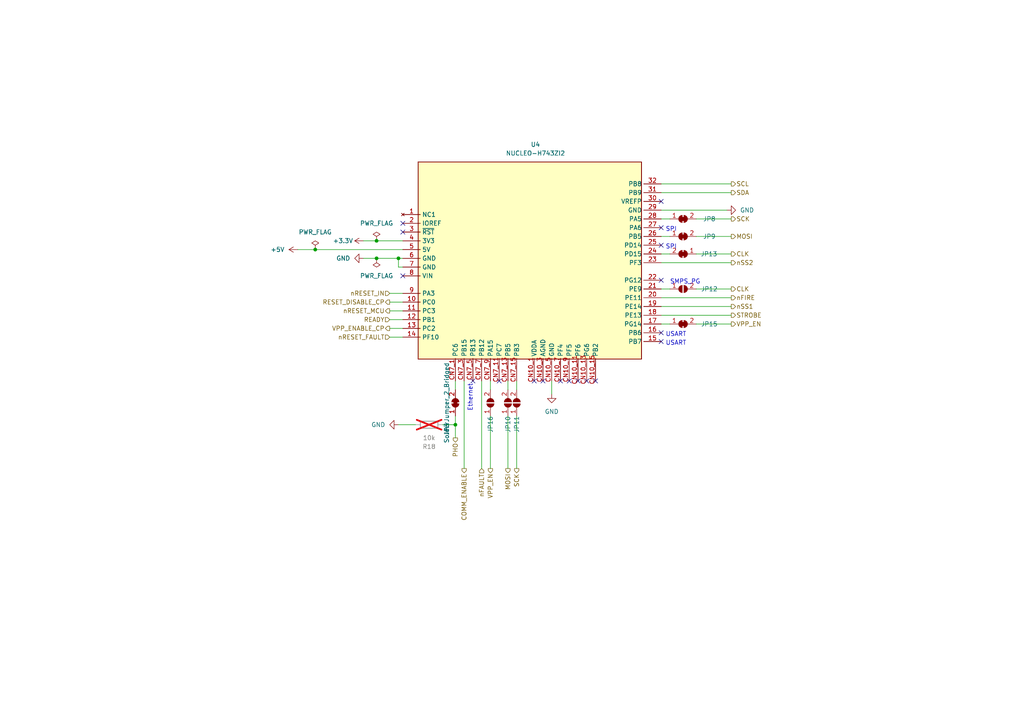
<source format=kicad_sch>
(kicad_sch (version 20230121) (generator eeschema)

  (uuid 4e99b029-311e-4c2c-9d24-392a751ff894)

  (paper "A4")

  (title_block
    (title "Xaar 128 Driver")
    (date "2023-12-04")
    (rev "1.0.0")
  )

  (lib_symbols
    (symbol "Device:R" (pin_numbers hide) (pin_names (offset 0)) (in_bom yes) (on_board yes)
      (property "Reference" "R" (at 2.032 0 90)
        (effects (font (size 1.27 1.27)))
      )
      (property "Value" "R" (at 0 0 90)
        (effects (font (size 1.27 1.27)))
      )
      (property "Footprint" "" (at -1.778 0 90)
        (effects (font (size 1.27 1.27)) hide)
      )
      (property "Datasheet" "~" (at 0 0 0)
        (effects (font (size 1.27 1.27)) hide)
      )
      (property "ki_keywords" "R res resistor" (at 0 0 0)
        (effects (font (size 1.27 1.27)) hide)
      )
      (property "ki_description" "Resistor" (at 0 0 0)
        (effects (font (size 1.27 1.27)) hide)
      )
      (property "ki_fp_filters" "R_*" (at 0 0 0)
        (effects (font (size 1.27 1.27)) hide)
      )
      (symbol "R_0_1"
        (rectangle (start -1.016 -2.54) (end 1.016 2.54)
          (stroke (width 0.254) (type default))
          (fill (type none))
        )
      )
      (symbol "R_1_1"
        (pin passive line (at 0 3.81 270) (length 1.27)
          (name "~" (effects (font (size 1.27 1.27))))
          (number "1" (effects (font (size 1.27 1.27))))
        )
        (pin passive line (at 0 -3.81 90) (length 1.27)
          (name "~" (effects (font (size 1.27 1.27))))
          (number "2" (effects (font (size 1.27 1.27))))
        )
      )
    )
    (symbol "Jumper:SolderJumper_2_Bridged" (pin_names (offset 0) hide) (in_bom yes) (on_board yes)
      (property "Reference" "JP" (at 0 2.032 0)
        (effects (font (size 1.27 1.27)))
      )
      (property "Value" "SolderJumper_2_Bridged" (at 0 -2.54 0)
        (effects (font (size 1.27 1.27)))
      )
      (property "Footprint" "" (at 0 0 0)
        (effects (font (size 1.27 1.27)) hide)
      )
      (property "Datasheet" "~" (at 0 0 0)
        (effects (font (size 1.27 1.27)) hide)
      )
      (property "ki_keywords" "solder jumper SPST" (at 0 0 0)
        (effects (font (size 1.27 1.27)) hide)
      )
      (property "ki_description" "Solder Jumper, 2-pole, closed/bridged" (at 0 0 0)
        (effects (font (size 1.27 1.27)) hide)
      )
      (property "ki_fp_filters" "SolderJumper*Bridged*" (at 0 0 0)
        (effects (font (size 1.27 1.27)) hide)
      )
      (symbol "SolderJumper_2_Bridged_0_1"
        (rectangle (start -0.508 0.508) (end 0.508 -0.508)
          (stroke (width 0) (type default))
          (fill (type outline))
        )
        (arc (start -0.254 1.016) (mid -1.2656 0) (end -0.254 -1.016)
          (stroke (width 0) (type default))
          (fill (type none))
        )
        (arc (start -0.254 1.016) (mid -1.2656 0) (end -0.254 -1.016)
          (stroke (width 0) (type default))
          (fill (type outline))
        )
        (polyline
          (pts
            (xy -0.254 1.016)
            (xy -0.254 -1.016)
          )
          (stroke (width 0) (type default))
          (fill (type none))
        )
        (polyline
          (pts
            (xy 0.254 1.016)
            (xy 0.254 -1.016)
          )
          (stroke (width 0) (type default))
          (fill (type none))
        )
        (arc (start 0.254 -1.016) (mid 1.2656 0) (end 0.254 1.016)
          (stroke (width 0) (type default))
          (fill (type none))
        )
        (arc (start 0.254 -1.016) (mid 1.2656 0) (end 0.254 1.016)
          (stroke (width 0) (type default))
          (fill (type outline))
        )
      )
      (symbol "SolderJumper_2_Bridged_1_1"
        (pin passive line (at -3.81 0 0) (length 2.54)
          (name "A" (effects (font (size 1.27 1.27))))
          (number "1" (effects (font (size 1.27 1.27))))
        )
        (pin passive line (at 3.81 0 180) (length 2.54)
          (name "B" (effects (font (size 1.27 1.27))))
          (number "2" (effects (font (size 1.27 1.27))))
        )
      )
    )
    (symbol "Jumper:SolderJumper_2_Open" (pin_names (offset 0) hide) (in_bom yes) (on_board yes)
      (property "Reference" "JP" (at 0 2.032 0)
        (effects (font (size 1.27 1.27)))
      )
      (property "Value" "SolderJumper_2_Open" (at 0 -2.54 0)
        (effects (font (size 1.27 1.27)))
      )
      (property "Footprint" "" (at 0 0 0)
        (effects (font (size 1.27 1.27)) hide)
      )
      (property "Datasheet" "~" (at 0 0 0)
        (effects (font (size 1.27 1.27)) hide)
      )
      (property "ki_keywords" "solder jumper SPST" (at 0 0 0)
        (effects (font (size 1.27 1.27)) hide)
      )
      (property "ki_description" "Solder Jumper, 2-pole, open" (at 0 0 0)
        (effects (font (size 1.27 1.27)) hide)
      )
      (property "ki_fp_filters" "SolderJumper*Open*" (at 0 0 0)
        (effects (font (size 1.27 1.27)) hide)
      )
      (symbol "SolderJumper_2_Open_0_1"
        (arc (start -0.254 1.016) (mid -1.2656 0) (end -0.254 -1.016)
          (stroke (width 0) (type default))
          (fill (type none))
        )
        (arc (start -0.254 1.016) (mid -1.2656 0) (end -0.254 -1.016)
          (stroke (width 0) (type default))
          (fill (type outline))
        )
        (polyline
          (pts
            (xy -0.254 1.016)
            (xy -0.254 -1.016)
          )
          (stroke (width 0) (type default))
          (fill (type none))
        )
        (polyline
          (pts
            (xy 0.254 1.016)
            (xy 0.254 -1.016)
          )
          (stroke (width 0) (type default))
          (fill (type none))
        )
        (arc (start 0.254 -1.016) (mid 1.2656 0) (end 0.254 1.016)
          (stroke (width 0) (type default))
          (fill (type none))
        )
        (arc (start 0.254 -1.016) (mid 1.2656 0) (end 0.254 1.016)
          (stroke (width 0) (type default))
          (fill (type outline))
        )
      )
      (symbol "SolderJumper_2_Open_1_1"
        (pin passive line (at -3.81 0 0) (length 2.54)
          (name "A" (effects (font (size 1.27 1.27))))
          (number "1" (effects (font (size 1.27 1.27))))
        )
        (pin passive line (at 3.81 0 180) (length 2.54)
          (name "B" (effects (font (size 1.27 1.27))))
          (number "2" (effects (font (size 1.27 1.27))))
        )
      )
    )
    (symbol "Xaar_Driver:NUCLEO-H743-Arduino" (in_bom yes) (on_board yes)
      (property "Reference" "U" (at 10.795 -1.905 0)
        (effects (font (size 1.27 1.27)))
      )
      (property "Value" "NUCLEO-H743-Arduino" (at 11.43 0.635 0)
        (effects (font (size 1.27 1.27)))
      )
      (property "Footprint" "" (at 0 -22.86 0)
        (effects (font (size 1.27 1.27)) hide)
      )
      (property "Datasheet" "" (at 0 -22.86 0)
        (effects (font (size 1.27 1.27)) hide)
      )
      (symbol "NUCLEO-H743-Arduino_0_0"
        (text "" (at 48.26 -5.08 0)
          (effects (font (size 1.27 1.27)))
        )
      )
      (symbol "NUCLEO-H743-Arduino_1_0"
        (rectangle (start -19.685 26.67) (end 45.085 -30.48)
          (stroke (width 0.254) (type default))
          (fill (type background))
        )
        (pin no_connect line (at -24.13 11.43 0) (length 5.08)
          (name "NC1" (effects (font (size 1.27 1.27))))
          (number "1" (effects (font (size 1.27 1.27))))
        )
        (pin power_in line (at -24.13 8.89 0) (length 5.08)
          (name "IOREF" (effects (font (size 1.27 1.27))))
          (number "2" (effects (font (size 1.27 1.27))))
        )
        (pin power_in line (at 50.8 12.7 180) (length 5.08)
          (name "GND" (effects (font (size 1.27 1.27))))
          (number "29" (effects (font (size 1.27 1.27))))
        )
        (pin input line (at -24.13 6.35 0) (length 5.08)
          (name "~{RST}" (effects (font (size 1.27 1.27))))
          (number "3" (effects (font (size 1.27 1.27))))
        )
        (pin power_in line (at 50.8 15.24 180) (length 5.08)
          (name "VREFP" (effects (font (size 1.27 1.27))))
          (number "30" (effects (font (size 1.27 1.27))))
        )
        (pin power_in line (at -24.13 3.81 0) (length 5.08)
          (name "3V3" (effects (font (size 1.27 1.27))))
          (number "4" (effects (font (size 1.27 1.27))))
        )
        (pin power_in line (at -24.13 1.27 0) (length 5.08)
          (name "5V" (effects (font (size 1.27 1.27))))
          (number "5" (effects (font (size 1.27 1.27))))
        )
        (pin power_in line (at -24.13 -1.27 0) (length 5.08)
          (name "GND" (effects (font (size 1.27 1.27))))
          (number "6" (effects (font (size 1.27 1.27))))
        )
        (pin power_in line (at -24.13 -3.81 0) (length 5.08)
          (name "GND" (effects (font (size 1.27 1.27))))
          (number "7" (effects (font (size 1.27 1.27))))
        )
        (pin power_in line (at -24.13 -6.35 0) (length 5.08)
          (name "VIN" (effects (font (size 1.27 1.27))))
          (number "8" (effects (font (size 1.27 1.27))))
        )
      )
      (symbol "NUCLEO-H743-Arduino_1_1"
        (pin bidirectional line (at -24.13 -13.97 0) (length 5.08)
          (name "PC0" (effects (font (size 1.27 1.27))))
          (number "10" (effects (font (size 1.27 1.27))))
        )
        (pin bidirectional line (at -24.13 -16.51 0) (length 5.08)
          (name "PC3" (effects (font (size 1.27 1.27))))
          (number "11" (effects (font (size 1.27 1.27))))
        )
        (pin bidirectional line (at -24.13 -19.05 0) (length 5.08)
          (name "PB1" (effects (font (size 1.27 1.27))))
          (number "12" (effects (font (size 1.27 1.27))))
        )
        (pin bidirectional line (at -24.13 -21.59 0) (length 5.08)
          (name "PC2" (effects (font (size 1.27 1.27))))
          (number "13" (effects (font (size 1.27 1.27))))
        )
        (pin bidirectional line (at -24.13 -24.13 0) (length 5.08)
          (name "PF10" (effects (font (size 1.27 1.27))))
          (number "14" (effects (font (size 1.27 1.27))))
        )
        (pin bidirectional line (at 50.8 -25.4 180) (length 5.08)
          (name "PB7" (effects (font (size 1.27 1.27))))
          (number "15" (effects (font (size 1.27 1.27))))
        )
        (pin bidirectional line (at 50.8 -22.86 180) (length 5.08)
          (name "PB6" (effects (font (size 1.27 1.27))))
          (number "16" (effects (font (size 1.27 1.27))))
        )
        (pin bidirectional line (at 50.8 -20.32 180) (length 5.08)
          (name "PG14" (effects (font (size 1.27 1.27))))
          (number "17" (effects (font (size 1.27 1.27))))
        )
        (pin bidirectional line (at 50.8 -17.78 180) (length 5.08)
          (name "PE13" (effects (font (size 1.27 1.27))))
          (number "18" (effects (font (size 1.27 1.27))))
        )
        (pin bidirectional line (at 50.8 -15.24 180) (length 5.08)
          (name "PE14" (effects (font (size 1.27 1.27))))
          (number "19" (effects (font (size 1.27 1.27))))
        )
        (pin bidirectional line (at 50.8 -12.7 180) (length 5.08)
          (name "PE11" (effects (font (size 1.27 1.27))))
          (number "20" (effects (font (size 1.27 1.27))))
        )
        (pin bidirectional line (at 50.8 -10.16 180) (length 5.08)
          (name "PE9" (effects (font (size 1.27 1.27))))
          (number "21" (effects (font (size 1.27 1.27))))
        )
        (pin bidirectional line (at 50.8 -7.62 180) (length 5.08)
          (name "PG12" (effects (font (size 1.27 1.27))))
          (number "22" (effects (font (size 1.27 1.27))))
        )
        (pin bidirectional line (at 50.8 -2.54 180) (length 5.08)
          (name "PF3" (effects (font (size 1.27 1.27))))
          (number "23" (effects (font (size 1.27 1.27))))
        )
        (pin bidirectional line (at 50.8 0 180) (length 5.08)
          (name "PD15" (effects (font (size 1.27 1.27))))
          (number "24" (effects (font (size 1.27 1.27))))
        )
        (pin bidirectional line (at 50.8 2.54 180) (length 5.08)
          (name "PD14" (effects (font (size 1.27 1.27))))
          (number "25" (effects (font (size 1.27 1.27))))
        )
        (pin bidirectional line (at 50.8 5.08 180) (length 5.08)
          (name "PB5" (effects (font (size 1.27 1.27))))
          (number "26" (effects (font (size 1.27 1.27))))
        )
        (pin bidirectional line (at 50.8 7.62 180) (length 5.08)
          (name "PA6" (effects (font (size 1.27 1.27))))
          (number "27" (effects (font (size 1.27 1.27))))
        )
        (pin bidirectional line (at 50.8 10.16 180) (length 5.08)
          (name "PA5" (effects (font (size 1.27 1.27))))
          (number "28" (effects (font (size 1.27 1.27))))
        )
        (pin bidirectional line (at 50.8 17.78 180) (length 5.08)
          (name "PB9" (effects (font (size 1.27 1.27))))
          (number "31" (effects (font (size 1.27 1.27))))
        )
        (pin bidirectional line (at 50.8 20.32 180) (length 5.08)
          (name "PB8" (effects (font (size 1.27 1.27))))
          (number "32" (effects (font (size 1.27 1.27))))
        )
        (pin bidirectional line (at -24.13 -11.43 0) (length 5.08)
          (name "PA3" (effects (font (size 1.27 1.27))))
          (number "9" (effects (font (size 1.27 1.27))))
        )
        (pin power_in line (at 13.97 -36.83 90) (length 6.53)
          (name "VDDA" (effects (font (size 1.27 1.27))))
          (number "CN10_1" (effects (font (size 1.27 1.27))))
        )
        (pin bidirectional line (at 26.67 -36.83 90) (length 6.53)
          (name "PF6" (effects (font (size 1.27 1.27))))
          (number "CN10_11" (effects (font (size 1.27 1.27))))
        )
        (pin bidirectional line (at 29.21 -36.83 90) (length 6.53)
          (name "PG6" (effects (font (size 1.27 1.27))))
          (number "CN10_13" (effects (font (size 1.27 1.27))))
        )
        (pin bidirectional line (at 31.75 -36.83 90) (length 6.53)
          (name "PB2" (effects (font (size 1.27 1.27))))
          (number "CN10_15" (effects (font (size 1.27 1.27))))
        )
        (pin power_in line (at 16.51 -36.83 90) (length 6.53)
          (name "AGND" (effects (font (size 1.27 1.27))))
          (number "CN10_3" (effects (font (size 1.27 1.27))))
        )
        (pin power_in line (at 19.05 -36.83 90) (length 6.53)
          (name "GND" (effects (font (size 1.27 1.27))))
          (number "CN10_5" (effects (font (size 1.27 1.27))))
        )
        (pin bidirectional line (at 21.59 -36.83 90) (length 6.53)
          (name "PF4" (effects (font (size 1.27 1.27))))
          (number "CN10_7" (effects (font (size 1.27 1.27))))
        )
        (pin bidirectional line (at 24.13 -36.83 90) (length 6.53)
          (name "PF5" (effects (font (size 1.27 1.27))))
          (number "CN10_9" (effects (font (size 1.27 1.27))))
        )
        (pin bidirectional line (at -8.89 -36.83 90) (length 6.53)
          (name "PC6" (effects (font (size 1.27 1.27))))
          (number "CN7_1" (effects (font (size 1.27 1.27))))
        )
        (pin bidirectional line (at 3.81 -36.83 90) (length 6.53)
          (name "PC7" (effects (font (size 1.27 1.27))))
          (number "CN7_11" (effects (font (size 1.27 1.27))))
        )
        (pin bidirectional line (at 6.35 -36.83 90) (length 6.53)
          (name "PB5" (effects (font (size 1.27 1.27))))
          (number "CN7_13" (effects (font (size 1.27 1.27))))
        )
        (pin bidirectional line (at 8.89 -36.83 90) (length 6.53)
          (name "PB3" (effects (font (size 1.27 1.27))))
          (number "CN7_15" (effects (font (size 1.27 1.27))))
        )
        (pin bidirectional line (at -6.35 -36.83 90) (length 6.53)
          (name "PB15" (effects (font (size 1.27 1.27))))
          (number "CN7_3" (effects (font (size 1.27 1.27))))
        )
        (pin bidirectional line (at -3.81 -36.83 90) (length 6.53)
          (name "PB13" (effects (font (size 1.27 1.27))))
          (number "CN7_5" (effects (font (size 1.27 1.27))))
        )
        (pin bidirectional line (at -1.27 -36.83 90) (length 6.53)
          (name "PB12" (effects (font (size 1.27 1.27))))
          (number "CN7_7" (effects (font (size 1.27 1.27))))
        )
        (pin bidirectional line (at 1.27 -36.83 90) (length 6.53)
          (name "PA15" (effects (font (size 1.27 1.27))))
          (number "CN7_9" (effects (font (size 1.27 1.27))))
        )
      )
    )
    (symbol "power:+3.3V" (power) (pin_names (offset 0)) (in_bom yes) (on_board yes)
      (property "Reference" "#PWR" (at 0 -3.81 0)
        (effects (font (size 1.27 1.27)) hide)
      )
      (property "Value" "+3.3V" (at 0 3.556 0)
        (effects (font (size 1.27 1.27)))
      )
      (property "Footprint" "" (at 0 0 0)
        (effects (font (size 1.27 1.27)) hide)
      )
      (property "Datasheet" "" (at 0 0 0)
        (effects (font (size 1.27 1.27)) hide)
      )
      (property "ki_keywords" "global power" (at 0 0 0)
        (effects (font (size 1.27 1.27)) hide)
      )
      (property "ki_description" "Power symbol creates a global label with name \"+3.3V\"" (at 0 0 0)
        (effects (font (size 1.27 1.27)) hide)
      )
      (symbol "+3.3V_0_1"
        (polyline
          (pts
            (xy -0.762 1.27)
            (xy 0 2.54)
          )
          (stroke (width 0) (type default))
          (fill (type none))
        )
        (polyline
          (pts
            (xy 0 0)
            (xy 0 2.54)
          )
          (stroke (width 0) (type default))
          (fill (type none))
        )
        (polyline
          (pts
            (xy 0 2.54)
            (xy 0.762 1.27)
          )
          (stroke (width 0) (type default))
          (fill (type none))
        )
      )
      (symbol "+3.3V_1_1"
        (pin power_in line (at 0 0 90) (length 0) hide
          (name "+3.3V" (effects (font (size 1.27 1.27))))
          (number "1" (effects (font (size 1.27 1.27))))
        )
      )
    )
    (symbol "power:+5V" (power) (pin_names (offset 0)) (in_bom yes) (on_board yes)
      (property "Reference" "#PWR" (at 0 -3.81 0)
        (effects (font (size 1.27 1.27)) hide)
      )
      (property "Value" "+5V" (at 0 3.556 0)
        (effects (font (size 1.27 1.27)))
      )
      (property "Footprint" "" (at 0 0 0)
        (effects (font (size 1.27 1.27)) hide)
      )
      (property "Datasheet" "" (at 0 0 0)
        (effects (font (size 1.27 1.27)) hide)
      )
      (property "ki_keywords" "global power" (at 0 0 0)
        (effects (font (size 1.27 1.27)) hide)
      )
      (property "ki_description" "Power symbol creates a global label with name \"+5V\"" (at 0 0 0)
        (effects (font (size 1.27 1.27)) hide)
      )
      (symbol "+5V_0_1"
        (polyline
          (pts
            (xy -0.762 1.27)
            (xy 0 2.54)
          )
          (stroke (width 0) (type default))
          (fill (type none))
        )
        (polyline
          (pts
            (xy 0 0)
            (xy 0 2.54)
          )
          (stroke (width 0) (type default))
          (fill (type none))
        )
        (polyline
          (pts
            (xy 0 2.54)
            (xy 0.762 1.27)
          )
          (stroke (width 0) (type default))
          (fill (type none))
        )
      )
      (symbol "+5V_1_1"
        (pin power_in line (at 0 0 90) (length 0) hide
          (name "+5V" (effects (font (size 1.27 1.27))))
          (number "1" (effects (font (size 1.27 1.27))))
        )
      )
    )
    (symbol "power:GND" (power) (pin_names (offset 0)) (in_bom yes) (on_board yes)
      (property "Reference" "#PWR" (at 0 -6.35 0)
        (effects (font (size 1.27 1.27)) hide)
      )
      (property "Value" "GND" (at 0 -3.81 0)
        (effects (font (size 1.27 1.27)))
      )
      (property "Footprint" "" (at 0 0 0)
        (effects (font (size 1.27 1.27)) hide)
      )
      (property "Datasheet" "" (at 0 0 0)
        (effects (font (size 1.27 1.27)) hide)
      )
      (property "ki_keywords" "global power" (at 0 0 0)
        (effects (font (size 1.27 1.27)) hide)
      )
      (property "ki_description" "Power symbol creates a global label with name \"GND\" , ground" (at 0 0 0)
        (effects (font (size 1.27 1.27)) hide)
      )
      (symbol "GND_0_1"
        (polyline
          (pts
            (xy 0 0)
            (xy 0 -1.27)
            (xy 1.27 -1.27)
            (xy 0 -2.54)
            (xy -1.27 -1.27)
            (xy 0 -1.27)
          )
          (stroke (width 0) (type default))
          (fill (type none))
        )
      )
      (symbol "GND_1_1"
        (pin power_in line (at 0 0 270) (length 0) hide
          (name "GND" (effects (font (size 1.27 1.27))))
          (number "1" (effects (font (size 1.27 1.27))))
        )
      )
    )
    (symbol "power:PWR_FLAG" (power) (pin_numbers hide) (pin_names (offset 0) hide) (in_bom yes) (on_board yes)
      (property "Reference" "#FLG" (at 0 1.905 0)
        (effects (font (size 1.27 1.27)) hide)
      )
      (property "Value" "PWR_FLAG" (at 0 3.81 0)
        (effects (font (size 1.27 1.27)))
      )
      (property "Footprint" "" (at 0 0 0)
        (effects (font (size 1.27 1.27)) hide)
      )
      (property "Datasheet" "~" (at 0 0 0)
        (effects (font (size 1.27 1.27)) hide)
      )
      (property "ki_keywords" "flag power" (at 0 0 0)
        (effects (font (size 1.27 1.27)) hide)
      )
      (property "ki_description" "Special symbol for telling ERC where power comes from" (at 0 0 0)
        (effects (font (size 1.27 1.27)) hide)
      )
      (symbol "PWR_FLAG_0_0"
        (pin power_out line (at 0 0 90) (length 0)
          (name "pwr" (effects (font (size 1.27 1.27))))
          (number "1" (effects (font (size 1.27 1.27))))
        )
      )
      (symbol "PWR_FLAG_0_1"
        (polyline
          (pts
            (xy 0 0)
            (xy 0 1.27)
            (xy -1.016 1.905)
            (xy 0 2.54)
            (xy 1.016 1.905)
            (xy 0 1.27)
          )
          (stroke (width 0) (type default))
          (fill (type none))
        )
      )
    )
  )

  (junction (at 132.08 123.19) (diameter 0) (color 0 0 0 0)
    (uuid 05aeb6c4-3abf-48df-9b52-f797ddfdfb03)
  )
  (junction (at 91.44 72.39) (diameter 0) (color 0 0 0 0)
    (uuid 3c0fbe1d-6e24-464e-9e7c-c9bb6b49cf56)
  )
  (junction (at 109.22 69.85) (diameter 0) (color 0 0 0 0)
    (uuid 4f55833a-55ca-4d54-8fad-c747c43a1968)
  )
  (junction (at 115.57 74.93) (diameter 0) (color 0 0 0 0)
    (uuid aacf8284-1984-4d16-ab1c-eb9d4edba29a)
  )
  (junction (at 109.22 74.93) (diameter 0) (color 0 0 0 0)
    (uuid bc886382-06b9-41ca-801e-a6c7626dfd1c)
  )

  (no_connect (at 144.78 110.49) (uuid 072271da-64ed-45da-b718-cce601d068c8))
  (no_connect (at 191.77 81.28) (uuid 0a280b4d-1cb2-4a48-9cdc-877cb635392c))
  (no_connect (at 116.84 64.77) (uuid 14427e68-29eb-420a-a4e6-6b71c963916a))
  (no_connect (at 170.18 110.49) (uuid 18971918-ec1c-4a64-863d-efbf6d653fc2))
  (no_connect (at 116.84 67.31) (uuid 1bb0beab-9d7a-48ce-8302-0d9fd5f4b62d))
  (no_connect (at 116.84 80.01) (uuid 1e5b073b-6b05-40d3-bb48-0d36292a9410))
  (no_connect (at 191.77 71.12) (uuid 34ce353a-0c74-4536-8bbc-535f7a8cb57c))
  (no_connect (at 191.77 66.04) (uuid 3bb421a5-b773-489d-afe4-d4f968bd10df))
  (no_connect (at 137.16 110.49) (uuid 5255e2a4-7f73-4f84-b779-0c98ea62f91c))
  (no_connect (at 165.1 110.49) (uuid 8d3321b1-5c42-4761-9cd7-d2bfbb7c38b5))
  (no_connect (at 191.77 99.06) (uuid 8db7344b-7ac1-45fe-8135-4418fb17fbb2))
  (no_connect (at 167.64 110.49) (uuid 90c9e277-6318-4b71-84a2-66960d61c722))
  (no_connect (at 191.77 96.52) (uuid a10ed8c7-fec0-4fdb-9c19-7ed9621f8807))
  (no_connect (at 154.94 110.49) (uuid b611b9ab-2159-498b-85b0-ecda0e33146c))
  (no_connect (at 162.56 110.49) (uuid ce46a528-e61d-4f1c-82bd-57fabafe7806))
  (no_connect (at 172.72 110.49) (uuid d158edf0-4615-46fb-8ef0-41de7e9c44ef))
  (no_connect (at 191.77 58.42) (uuid db440d8f-e8d3-4755-9b5e-04ccbf30f9a3))
  (no_connect (at 157.48 110.49) (uuid fd8135ac-4f93-454c-9721-5b0e90cf6508))

  (wire (pts (xy 201.93 63.5) (xy 212.09 63.5))
    (stroke (width 0) (type default))
    (uuid 00d2ba52-d529-472d-888c-d3cae0da11e6)
  )
  (wire (pts (xy 191.77 83.82) (xy 194.31 83.82))
    (stroke (width 0) (type default))
    (uuid 0aa56512-d2c1-4694-b4e0-1809689f4604)
  )
  (wire (pts (xy 132.08 110.49) (xy 132.08 113.03))
    (stroke (width 0) (type default))
    (uuid 0cffa3d9-c0c3-4019-9fc6-b4e8139a4b74)
  )
  (wire (pts (xy 191.77 55.88) (xy 212.09 55.88))
    (stroke (width 0) (type default))
    (uuid 0d052dbb-3b07-46d8-8f6b-19aa12da64d7)
  )
  (wire (pts (xy 132.08 120.65) (xy 132.08 123.19))
    (stroke (width 0) (type default))
    (uuid 0d8d7e5c-b7d8-44d3-9e84-830650849fd6)
  )
  (wire (pts (xy 115.57 123.19) (xy 120.65 123.19))
    (stroke (width 0) (type default))
    (uuid 34314975-dafb-443d-96b7-3835928f62e1)
  )
  (wire (pts (xy 201.93 93.98) (xy 212.09 93.98))
    (stroke (width 0) (type default))
    (uuid 36ad0e6a-dd80-4c32-b327-5e8e70cd17fb)
  )
  (wire (pts (xy 191.77 63.5) (xy 194.31 63.5))
    (stroke (width 0) (type default))
    (uuid 380be42a-9272-4257-8962-a1ea82d76afd)
  )
  (wire (pts (xy 149.86 120.65) (xy 149.86 135.89))
    (stroke (width 0) (type default))
    (uuid 4743ddda-9c95-4237-878a-f0a5454f98db)
  )
  (wire (pts (xy 149.86 110.49) (xy 149.86 113.03))
    (stroke (width 0) (type default))
    (uuid 4ca336c8-4caa-4ad1-9329-a3fd14189cf8)
  )
  (wire (pts (xy 191.77 93.98) (xy 194.31 93.98))
    (stroke (width 0) (type default))
    (uuid 4ece798b-14ce-420f-8c40-4c513a67da67)
  )
  (wire (pts (xy 132.08 123.19) (xy 132.08 127))
    (stroke (width 0) (type default))
    (uuid 62214146-7464-44c6-b46c-a78423e6fd50)
  )
  (wire (pts (xy 142.24 113.03) (xy 142.24 110.49))
    (stroke (width 0) (type default))
    (uuid 67fd031e-572a-40be-addd-fa829f083f12)
  )
  (wire (pts (xy 142.24 120.65) (xy 142.24 135.89))
    (stroke (width 0) (type default))
    (uuid 6d7b5ff3-b337-4c53-89ee-fb3eef281c86)
  )
  (wire (pts (xy 116.84 69.85) (xy 109.22 69.85))
    (stroke (width 0) (type default))
    (uuid 77ff89f4-080c-47d5-8df9-3092904e726d)
  )
  (wire (pts (xy 191.77 60.96) (xy 210.82 60.96))
    (stroke (width 0) (type default))
    (uuid 79088990-9ca7-4873-86a7-b54222fd32df)
  )
  (wire (pts (xy 113.03 90.17) (xy 116.84 90.17))
    (stroke (width 0) (type default))
    (uuid 7a02f5a6-fc22-4553-bfd8-a1bcb3b8d3b8)
  )
  (wire (pts (xy 113.03 92.71) (xy 116.84 92.71))
    (stroke (width 0) (type default))
    (uuid 7bdf0276-ef48-403a-aa09-c0c7735e9a56)
  )
  (wire (pts (xy 134.62 110.49) (xy 134.62 135.89))
    (stroke (width 0) (type default))
    (uuid 827f7424-e7f2-4938-beae-d7dc853f92d0)
  )
  (wire (pts (xy 113.03 87.63) (xy 116.84 87.63))
    (stroke (width 0) (type default))
    (uuid 861c4154-83c8-493a-837e-2caf7161a14d)
  )
  (wire (pts (xy 191.77 53.34) (xy 212.09 53.34))
    (stroke (width 0) (type default))
    (uuid 88bef5fb-61de-4d8e-96f8-a2460b9b94d7)
  )
  (wire (pts (xy 191.77 88.9) (xy 212.09 88.9))
    (stroke (width 0) (type default))
    (uuid 9890f5ad-8fd5-40ae-a3f9-8ec923ea2fbf)
  )
  (wire (pts (xy 113.03 95.25) (xy 116.84 95.25))
    (stroke (width 0) (type default))
    (uuid 9baaf9e8-86a6-4686-8a82-cc87d34cdd9b)
  )
  (wire (pts (xy 191.77 68.58) (xy 194.31 68.58))
    (stroke (width 0) (type default))
    (uuid a212b03d-8322-46e8-8c61-8adf5f7468c9)
  )
  (wire (pts (xy 191.77 76.2) (xy 212.09 76.2))
    (stroke (width 0) (type default))
    (uuid a32fbb3a-4b5e-4fdf-96e8-18b5f84f9e20)
  )
  (wire (pts (xy 91.44 72.39) (xy 116.84 72.39))
    (stroke (width 0) (type default))
    (uuid a5ab7ee2-0865-484d-8936-c3f67788f0d3)
  )
  (wire (pts (xy 105.41 74.93) (xy 109.22 74.93))
    (stroke (width 0) (type default))
    (uuid a6005585-ba11-4ea2-81d6-dacd001add1f)
  )
  (wire (pts (xy 201.93 73.66) (xy 212.09 73.66))
    (stroke (width 0) (type default))
    (uuid a881c24e-7dc7-4f90-8719-78b608d5d1fe)
  )
  (wire (pts (xy 191.77 86.36) (xy 212.09 86.36))
    (stroke (width 0) (type default))
    (uuid af1e5444-d066-4a60-b0ee-a709adbd746f)
  )
  (wire (pts (xy 116.84 77.47) (xy 115.57 77.47))
    (stroke (width 0) (type default))
    (uuid bb6dd4ae-1a00-42b8-a115-d3681363fea7)
  )
  (wire (pts (xy 113.03 85.09) (xy 116.84 85.09))
    (stroke (width 0) (type default))
    (uuid bc23cfc0-bb3b-432f-a9d5-e11db4c8659f)
  )
  (wire (pts (xy 201.93 83.82) (xy 212.09 83.82))
    (stroke (width 0) (type default))
    (uuid bd2c6c86-121c-4f5e-9f2e-8319d638ad4a)
  )
  (wire (pts (xy 113.03 97.79) (xy 116.84 97.79))
    (stroke (width 0) (type default))
    (uuid c255f7fe-9585-4203-85b0-6b7981074f88)
  )
  (wire (pts (xy 109.22 74.93) (xy 115.57 74.93))
    (stroke (width 0) (type default))
    (uuid c72027d7-d13a-4e61-a923-283697eec6df)
  )
  (wire (pts (xy 86.36 72.39) (xy 91.44 72.39))
    (stroke (width 0) (type default))
    (uuid c7724db2-d7c8-43e5-85cd-f011fe756b96)
  )
  (wire (pts (xy 139.7 110.49) (xy 139.7 135.89))
    (stroke (width 0) (type default))
    (uuid cb5f435e-69c1-4521-8cc9-35d89159c07f)
  )
  (wire (pts (xy 160.02 110.49) (xy 160.02 114.3))
    (stroke (width 0) (type default))
    (uuid cc21225f-b5e9-43d1-8420-9a0fd9cff60e)
  )
  (wire (pts (xy 109.22 69.85) (xy 105.41 69.85))
    (stroke (width 0) (type default))
    (uuid ce86207d-6a9f-4291-b91c-e77601bf66d3)
  )
  (wire (pts (xy 191.77 91.44) (xy 212.09 91.44))
    (stroke (width 0) (type default))
    (uuid cef29d23-e806-4cc4-a712-490581ec388f)
  )
  (wire (pts (xy 147.32 120.65) (xy 147.32 135.89))
    (stroke (width 0) (type default))
    (uuid cf3dca3f-fe51-4fef-bc15-38e203bd1790)
  )
  (wire (pts (xy 128.27 123.19) (xy 132.08 123.19))
    (stroke (width 0) (type default))
    (uuid d4574392-404a-46bc-b77f-16a139d9c807)
  )
  (wire (pts (xy 115.57 74.93) (xy 116.84 74.93))
    (stroke (width 0) (type default))
    (uuid df16becc-84af-4f77-b915-f971852aa6cb)
  )
  (wire (pts (xy 201.93 68.58) (xy 212.09 68.58))
    (stroke (width 0) (type default))
    (uuid e2051a66-1c25-4c3e-9477-506f3a5d35e4)
  )
  (wire (pts (xy 147.32 110.49) (xy 147.32 113.03))
    (stroke (width 0) (type default))
    (uuid e31d032a-c896-4013-a6b2-c1756dcd59a2)
  )
  (wire (pts (xy 191.77 73.66) (xy 194.31 73.66))
    (stroke (width 0) (type default))
    (uuid e3ae2575-6f68-4e59-a282-7b2a3f6bedbf)
  )
  (wire (pts (xy 115.57 77.47) (xy 115.57 74.93))
    (stroke (width 0) (type default))
    (uuid f3394e19-9517-4ea4-bbb8-9c9f24d893a4)
  )

  (text "SMPS_PG" (at 194.31 82.55 0)
    (effects (font (size 1.27 1.27)) (justify left bottom))
    (uuid 4f7f3b05-14d4-4aeb-9c01-d6556236e5c4)
  )
  (text "SPI" (at 193.04 72.39 0)
    (effects (font (size 1.27 1.27)) (justify left bottom))
    (uuid 64bf0589-6059-43e2-b26e-19e0162893e5)
  )
  (text "Ethernet" (at 137.16 119.38 90)
    (effects (font (size 1.27 1.27)) (justify left bottom))
    (uuid aeb99d4c-db1a-4792-b4cc-4e2134db07ea)
  )
  (text "USART" (at 193.04 100.33 0)
    (effects (font (size 1.27 1.27)) (justify left bottom))
    (uuid bdafa9cb-4aea-4501-9461-fc183c653991)
  )
  (text "USART" (at 193.04 97.79 0)
    (effects (font (size 1.27 1.27)) (justify left bottom))
    (uuid cfdc218e-f136-48de-98f4-a959e7526ed5)
  )
  (text "SPI" (at 193.04 67.31 0)
    (effects (font (size 1.27 1.27)) (justify left bottom))
    (uuid d8e4282d-31eb-4d4c-9b27-06cc4957c6b3)
  )

  (hierarchical_label "MOSI" (shape output) (at 212.09 68.58 0) (fields_autoplaced)
    (effects (font (size 1.27 1.27)) (justify left))
    (uuid 1402b693-3001-4232-be34-01c250972efd)
  )
  (hierarchical_label "COMM_ENABLE" (shape output) (at 134.62 135.89 270) (fields_autoplaced)
    (effects (font (size 1.27 1.27)) (justify right))
    (uuid 17719044-ff0f-4f66-8f02-85be3bd1bf02)
  )
  (hierarchical_label "VPP_EN" (shape output) (at 212.09 93.98 0) (fields_autoplaced)
    (effects (font (size 1.27 1.27)) (justify left))
    (uuid 2bb4ae5d-161d-4a7e-9d28-fe260ce84091)
  )
  (hierarchical_label "nRESET_FAULT" (shape input) (at 113.03 97.79 180) (fields_autoplaced)
    (effects (font (size 1.27 1.27)) (justify right))
    (uuid 3cdccc91-8480-4ca9-9e6a-80471224afbf)
  )
  (hierarchical_label "nSS1" (shape output) (at 212.09 88.9 0) (fields_autoplaced)
    (effects (font (size 1.27 1.27)) (justify left))
    (uuid 4027d18f-77dd-4204-92f2-a13060c640a7)
  )
  (hierarchical_label "STROBE" (shape output) (at 212.09 91.44 0) (fields_autoplaced)
    (effects (font (size 1.27 1.27)) (justify left))
    (uuid 781d8632-fcc5-4f67-b831-c0c680c391b0)
  )
  (hierarchical_label "PHO" (shape output) (at 132.08 127 270) (fields_autoplaced)
    (effects (font (size 1.27 1.27)) (justify right))
    (uuid 7a364632-999e-4db5-aca3-c9dc1b22d3e0)
  )
  (hierarchical_label "MOSI" (shape output) (at 147.32 135.89 270) (fields_autoplaced)
    (effects (font (size 1.27 1.27)) (justify right))
    (uuid 7d0daa3a-faeb-49d6-92f6-f0cf3cb98fa8)
  )
  (hierarchical_label "SCL" (shape output) (at 212.09 53.34 0) (fields_autoplaced)
    (effects (font (size 1.27 1.27)) (justify left))
    (uuid 7d79c84d-e6db-4a0b-92f3-e7013f963294)
  )
  (hierarchical_label "RESET_DISABLE_CP" (shape output) (at 113.03 87.63 180) (fields_autoplaced)
    (effects (font (size 1.27 1.27)) (justify right))
    (uuid 82e33a8c-626f-4982-a96f-ba8227a512cc)
  )
  (hierarchical_label "SDA" (shape output) (at 212.09 55.88 0) (fields_autoplaced)
    (effects (font (size 1.27 1.27)) (justify left))
    (uuid 84d6b054-8b1c-483c-85d0-8fb7464286b3)
  )
  (hierarchical_label "CLK" (shape output) (at 212.09 83.82 0) (fields_autoplaced)
    (effects (font (size 1.27 1.27)) (justify left))
    (uuid 899fda27-d458-45f4-8cff-46626007b91c)
  )
  (hierarchical_label "nSS2" (shape output) (at 212.09 76.2 0) (fields_autoplaced)
    (effects (font (size 1.27 1.27)) (justify left))
    (uuid 9fb94e22-f307-45a9-b7a3-123b81edbd67)
  )
  (hierarchical_label "nRESET_IN" (shape input) (at 113.03 85.09 180) (fields_autoplaced)
    (effects (font (size 1.27 1.27)) (justify right))
    (uuid aca424b8-dcc1-456d-b9cb-b76d904f1e17)
  )
  (hierarchical_label "VPP_ENABLE_CP" (shape output) (at 113.03 95.25 180) (fields_autoplaced)
    (effects (font (size 1.27 1.27)) (justify right))
    (uuid b976ae91-4549-45c5-a326-880ba088b10d)
  )
  (hierarchical_label "READY" (shape input) (at 113.03 92.71 180) (fields_autoplaced)
    (effects (font (size 1.27 1.27)) (justify right))
    (uuid c0d1f43f-0c8d-477b-b671-12f1263288eb)
  )
  (hierarchical_label "nRESET_MCU" (shape output) (at 113.03 90.17 180) (fields_autoplaced)
    (effects (font (size 1.27 1.27)) (justify right))
    (uuid d07fcfae-53dc-42cf-9c19-3c12dc13d922)
  )
  (hierarchical_label "SCK" (shape output) (at 149.86 135.89 270) (fields_autoplaced)
    (effects (font (size 1.27 1.27)) (justify right))
    (uuid d0cbbfaf-8e24-4410-9ff1-768167b5e35d)
  )
  (hierarchical_label "SCK" (shape output) (at 212.09 63.5 0) (fields_autoplaced)
    (effects (font (size 1.27 1.27)) (justify left))
    (uuid d23f98a1-423d-46c6-9085-da224f612b0d)
  )
  (hierarchical_label "VPP_EN" (shape output) (at 142.24 135.89 270) (fields_autoplaced)
    (effects (font (size 1.27 1.27)) (justify right))
    (uuid d65d9d18-5333-4fcf-b252-9edeb0078631)
  )
  (hierarchical_label "nFIRE" (shape output) (at 212.09 86.36 0) (fields_autoplaced)
    (effects (font (size 1.27 1.27)) (justify left))
    (uuid dbc3432a-a609-48ad-8dbe-d6ac60a34719)
  )
  (hierarchical_label "CLK" (shape output) (at 212.09 73.66 0) (fields_autoplaced)
    (effects (font (size 1.27 1.27)) (justify left))
    (uuid edce79ef-cdcf-432c-b30d-4f965a561791)
  )
  (hierarchical_label "nFAULT" (shape input) (at 139.7 135.89 270) (fields_autoplaced)
    (effects (font (size 1.27 1.27)) (justify right))
    (uuid f693d3cf-6325-4bc1-8824-b0443507481f)
  )

  (symbol (lib_id "power:PWR_FLAG") (at 109.22 69.85 0) (unit 1)
    (in_bom yes) (on_board yes) (dnp no) (fields_autoplaced)
    (uuid 2186050c-9a92-47e9-aace-dfe8e3f7c966)
    (property "Reference" "#FLG09" (at 109.22 67.945 0)
      (effects (font (size 1.27 1.27)) hide)
    )
    (property "Value" "PWR_FLAG" (at 109.22 64.77 0)
      (effects (font (size 1.27 1.27)))
    )
    (property "Footprint" "" (at 109.22 69.85 0)
      (effects (font (size 1.27 1.27)) hide)
    )
    (property "Datasheet" "~" (at 109.22 69.85 0)
      (effects (font (size 1.27 1.27)) hide)
    )
    (pin "1" (uuid 8f1b3029-4eed-4b1f-9d98-71254d51904b))
    (instances
      (project "Xaar128-Driver"
        (path "/f0c82013-03f9-4093-aa02-30b89fd69529/1523239e-e45e-424d-91c2-0483c3ac8971"
          (reference "#FLG09") (unit 1)
        )
      )
    )
  )

  (symbol (lib_id "power:GND") (at 160.02 114.3 0) (unit 1)
    (in_bom yes) (on_board yes) (dnp no) (fields_autoplaced)
    (uuid 2645c8e2-1858-49f9-bba4-579782cf1c8d)
    (property "Reference" "#PWR0113" (at 160.02 120.65 0)
      (effects (font (size 1.27 1.27)) hide)
    )
    (property "Value" "GND" (at 160.02 119.38 0)
      (effects (font (size 1.27 1.27)))
    )
    (property "Footprint" "" (at 160.02 114.3 0)
      (effects (font (size 1.27 1.27)) hide)
    )
    (property "Datasheet" "" (at 160.02 114.3 0)
      (effects (font (size 1.27 1.27)) hide)
    )
    (pin "1" (uuid 2cc73e32-4dfa-457f-9138-b73dcbf3188a))
    (instances
      (project "Xaar128-Driver"
        (path "/f0c82013-03f9-4093-aa02-30b89fd69529/1523239e-e45e-424d-91c2-0483c3ac8971"
          (reference "#PWR0113") (unit 1)
        )
      )
    )
  )

  (symbol (lib_id "power:PWR_FLAG") (at 91.44 72.39 0) (unit 1)
    (in_bom yes) (on_board yes) (dnp no) (fields_autoplaced)
    (uuid 271ea937-491a-49ca-ac60-5082c53efca4)
    (property "Reference" "#FLG010" (at 91.44 70.485 0)
      (effects (font (size 1.27 1.27)) hide)
    )
    (property "Value" "PWR_FLAG" (at 91.44 67.31 0)
      (effects (font (size 1.27 1.27)))
    )
    (property "Footprint" "" (at 91.44 72.39 0)
      (effects (font (size 1.27 1.27)) hide)
    )
    (property "Datasheet" "~" (at 91.44 72.39 0)
      (effects (font (size 1.27 1.27)) hide)
    )
    (pin "1" (uuid 3410ff00-3822-400c-aea1-94bd167dd56b))
    (instances
      (project "Xaar128-Driver"
        (path "/f0c82013-03f9-4093-aa02-30b89fd69529/1523239e-e45e-424d-91c2-0483c3ac8971"
          (reference "#FLG010") (unit 1)
        )
      )
    )
  )

  (symbol (lib_id "Jumper:SolderJumper_2_Open") (at 142.24 116.84 90) (unit 1)
    (in_bom yes) (on_board yes) (dnp no)
    (uuid 2ccc2c77-efa1-47c9-8ba2-cf0a3fabe277)
    (property "Reference" "JP16" (at 142.24 120.65 0)
      (effects (font (size 1.27 1.27)) (justify right))
    )
    (property "Value" "SolderJumper_2_Open" (at 144.78 116.84 0)
      (effects (font (size 1.27 1.27)) hide)
    )
    (property "Footprint" "Resistor_SMD:R_0603_1608Metric" (at 142.24 116.84 0)
      (effects (font (size 1.27 1.27)) hide)
    )
    (property "Datasheet" "~" (at 142.24 116.84 0)
      (effects (font (size 1.27 1.27)) hide)
    )
    (property "RSBestNr" "120-432" (at 142.24 116.84 0)
      (effects (font (size 1.27 1.27)) hide)
    )
    (property "Supplier" "RS" (at 142.24 116.84 0)
      (effects (font (size 1.27 1.27)) hide)
    )
    (property "Funktion" "Connect VPP_EN to CN7" (at 142.24 116.84 0)
      (effects (font (size 1.27 1.27)) hide)
    )
    (pin "1" (uuid cdb24066-7aa6-45b4-ba2d-98aaba9eee6a))
    (pin "2" (uuid 0b4f9943-5b86-4060-bbfd-91a3bea0b6ab))
    (instances
      (project "Xaar128-Driver"
        (path "/f0c82013-03f9-4093-aa02-30b89fd69529/1523239e-e45e-424d-91c2-0483c3ac8971"
          (reference "JP16") (unit 1)
        )
      )
    )
  )

  (symbol (lib_id "Jumper:SolderJumper_2_Open") (at 147.32 116.84 90) (unit 1)
    (in_bom yes) (on_board yes) (dnp no)
    (uuid 2f703a20-2ef1-461d-9b8b-f4dd315a7521)
    (property "Reference" "JP10" (at 147.32 120.65 0)
      (effects (font (size 1.27 1.27)) (justify right))
    )
    (property "Value" "SolderJumper_2_Open" (at 149.86 116.84 0)
      (effects (font (size 1.27 1.27)) hide)
    )
    (property "Footprint" "Resistor_SMD:R_0603_1608Metric" (at 147.32 116.84 0)
      (effects (font (size 1.27 1.27)) hide)
    )
    (property "Datasheet" "~" (at 147.32 116.84 0)
      (effects (font (size 1.27 1.27)) hide)
    )
    (property "RSBestNr" "120-432" (at 147.32 116.84 0)
      (effects (font (size 1.27 1.27)) hide)
    )
    (property "Supplier" "RS" (at 147.32 116.84 0)
      (effects (font (size 1.27 1.27)) hide)
    )
    (property "Funktion" "Connect MOSI to CN7" (at 147.32 116.84 0)
      (effects (font (size 1.27 1.27)) hide)
    )
    (pin "1" (uuid 034efbb4-b655-4ab4-a488-b7967ef43ad6))
    (pin "2" (uuid d741b434-0e3b-4e2d-b9e6-cb6aa08cc437))
    (instances
      (project "Xaar128-Driver"
        (path "/f0c82013-03f9-4093-aa02-30b89fd69529/1523239e-e45e-424d-91c2-0483c3ac8971"
          (reference "JP10") (unit 1)
        )
      )
    )
  )

  (symbol (lib_id "power:GND") (at 105.41 74.93 270) (unit 1)
    (in_bom yes) (on_board yes) (dnp no) (fields_autoplaced)
    (uuid 3069ff70-9c46-4af0-8df8-59b94ac0b764)
    (property "Reference" "#PWR071" (at 99.06 74.93 0)
      (effects (font (size 1.27 1.27)) hide)
    )
    (property "Value" "GND" (at 101.6 74.93 90)
      (effects (font (size 1.27 1.27)) (justify right))
    )
    (property "Footprint" "" (at 105.41 74.93 0)
      (effects (font (size 1.27 1.27)) hide)
    )
    (property "Datasheet" "" (at 105.41 74.93 0)
      (effects (font (size 1.27 1.27)) hide)
    )
    (pin "1" (uuid bea834ae-7289-4e86-9bcf-589d2a8c44c8))
    (instances
      (project "Xaar128-Driver"
        (path "/f0c82013-03f9-4093-aa02-30b89fd69529/1523239e-e45e-424d-91c2-0483c3ac8971"
          (reference "#PWR071") (unit 1)
        )
      )
    )
  )

  (symbol (lib_id "Jumper:SolderJumper_2_Bridged") (at 198.12 93.98 0) (unit 1)
    (in_bom yes) (on_board yes) (dnp no)
    (uuid 418436a4-a1d0-4ec8-aa77-014595d893b6)
    (property "Reference" "JP15" (at 205.74 93.98 0)
      (effects (font (size 1.27 1.27)))
    )
    (property "Value" "SolderJumper_2_Bridged" (at 205.74 91.44 0)
      (effects (font (size 1.27 1.27)) hide)
    )
    (property "Footprint" "Resistor_SMD:R_0603_1608Metric" (at 198.12 93.98 0)
      (effects (font (size 1.27 1.27)) hide)
    )
    (property "Datasheet" "~" (at 198.12 93.98 0)
      (effects (font (size 1.27 1.27)) hide)
    )
    (property "RSBestNr" "" (at 198.12 93.98 0)
      (effects (font (size 1.27 1.27)) hide)
    )
    (property "Supplier" "None" (at 198.12 93.98 0)
      (effects (font (size 1.27 1.27)) hide)
    )
    (property "Funktion" "Disconnect VPP_EN from Arduino" (at 198.12 93.98 0)
      (effects (font (size 1.27 1.27)) hide)
    )
    (pin "1" (uuid 73cc7918-6c9a-4a34-9e66-dbbdcde65394))
    (pin "2" (uuid c859acd6-da88-4ef5-b659-9affe4bb6508))
    (instances
      (project "Xaar128-Driver"
        (path "/f0c82013-03f9-4093-aa02-30b89fd69529/1523239e-e45e-424d-91c2-0483c3ac8971"
          (reference "JP15") (unit 1)
        )
      )
    )
  )

  (symbol (lib_id "Jumper:SolderJumper_2_Bridged") (at 132.08 116.84 90) (unit 1)
    (in_bom yes) (on_board yes) (dnp no)
    (uuid 56d5a245-b09c-4c33-afb4-611fc73fe648)
    (property "Reference" "JP3" (at 129.54 124.46 0)
      (effects (font (size 1.27 1.27)))
    )
    (property "Value" "SolderJumper_2_Bridged" (at 129.54 116.84 0)
      (effects (font (size 1.27 1.27)))
    )
    (property "Footprint" "Resistor_SMD:R_0603_1608Metric" (at 132.08 116.84 0)
      (effects (font (size 1.27 1.27)) hide)
    )
    (property "Datasheet" "~" (at 132.08 116.84 0)
      (effects (font (size 1.27 1.27)) hide)
    )
    (property "RSBestNr" "120-432" (at 132.08 116.84 0)
      (effects (font (size 1.27 1.27)) hide)
    )
    (property "Supplier" "RS" (at 132.08 116.84 0)
      (effects (font (size 1.27 1.27)) hide)
    )
    (property "Funktion" "Disable MCU PHO Control" (at 132.08 116.84 0)
      (effects (font (size 1.27 1.27)) hide)
    )
    (pin "1" (uuid 4ada2d5f-39a8-41b5-b629-016870d30dd2))
    (pin "2" (uuid 2934e3fd-51b4-4b31-a005-c73368266c70))
    (instances
      (project "Xaar128-Driver"
        (path "/f0c82013-03f9-4093-aa02-30b89fd69529/1523239e-e45e-424d-91c2-0483c3ac8971"
          (reference "JP3") (unit 1)
        )
      )
    )
  )

  (symbol (lib_id "Jumper:SolderJumper_2_Bridged") (at 198.12 68.58 0) (unit 1)
    (in_bom yes) (on_board yes) (dnp no)
    (uuid 5a64a31a-fa91-445b-b994-a1a3bbcee902)
    (property "Reference" "JP9" (at 205.74 68.58 0)
      (effects (font (size 1.27 1.27)))
    )
    (property "Value" "SolderJumper_2_Bridged" (at 205.74 66.04 0)
      (effects (font (size 1.27 1.27)) hide)
    )
    (property "Footprint" "Resistor_SMD:R_0603_1608Metric" (at 198.12 68.58 0)
      (effects (font (size 1.27 1.27)) hide)
    )
    (property "Datasheet" "~" (at 198.12 68.58 0)
      (effects (font (size 1.27 1.27)) hide)
    )
    (property "RSBestNr" "" (at 198.12 68.58 0)
      (effects (font (size 1.27 1.27)) hide)
    )
    (property "Supplier" "None" (at 198.12 68.58 0)
      (effects (font (size 1.27 1.27)) hide)
    )
    (property "Funktion" "Disconnes MOSI from Arduino" (at 198.12 68.58 0)
      (effects (font (size 1.27 1.27)) hide)
    )
    (pin "1" (uuid 40ba4797-9f07-436f-816b-891ac4d3e648))
    (pin "2" (uuid c0aab4ca-d1a9-4670-a1e8-061d3225a140))
    (instances
      (project "Xaar128-Driver"
        (path "/f0c82013-03f9-4093-aa02-30b89fd69529/1523239e-e45e-424d-91c2-0483c3ac8971"
          (reference "JP9") (unit 1)
        )
      )
    )
  )

  (symbol (lib_id "power:PWR_FLAG") (at 109.22 74.93 180) (unit 1)
    (in_bom yes) (on_board yes) (dnp no) (fields_autoplaced)
    (uuid 66e0b37a-42a0-4d12-9ab4-fd381f67f19e)
    (property "Reference" "#FLG011" (at 109.22 76.835 0)
      (effects (font (size 1.27 1.27)) hide)
    )
    (property "Value" "PWR_FLAG" (at 109.22 80.01 0)
      (effects (font (size 1.27 1.27)))
    )
    (property "Footprint" "" (at 109.22 74.93 0)
      (effects (font (size 1.27 1.27)) hide)
    )
    (property "Datasheet" "~" (at 109.22 74.93 0)
      (effects (font (size 1.27 1.27)) hide)
    )
    (pin "1" (uuid 90a5d63a-f044-4b07-bc4c-0b63c19122c0))
    (instances
      (project "Xaar128-Driver"
        (path "/f0c82013-03f9-4093-aa02-30b89fd69529/1523239e-e45e-424d-91c2-0483c3ac8971"
          (reference "#FLG011") (unit 1)
        )
      )
    )
  )

  (symbol (lib_id "Device:R") (at 124.46 123.19 90) (mirror x) (unit 1)
    (in_bom yes) (on_board yes) (dnp yes) (fields_autoplaced)
    (uuid 783fdd60-c337-4c36-adf3-b3d5733b181b)
    (property "Reference" "R18" (at 124.46 129.54 90)
      (effects (font (size 1.27 1.27)))
    )
    (property "Value" "10k" (at 124.46 127 90)
      (effects (font (size 1.27 1.27)))
    )
    (property "Footprint" "" (at 124.46 121.412 90)
      (effects (font (size 1.27 1.27)) hide)
    )
    (property "Datasheet" "~" (at 124.46 123.19 0)
      (effects (font (size 1.27 1.27)) hide)
    )
    (property "RSBestNr" "" (at 124.46 123.19 0)
      (effects (font (size 1.27 1.27)) hide)
    )
    (property "Supplier" "" (at 124.46 123.19 0)
      (effects (font (size 1.27 1.27)) hide)
    )
    (pin "1" (uuid f859aa2b-9ded-4fdb-9444-326ca0e98e2b))
    (pin "2" (uuid e48e00e5-1bcf-44ad-84c9-54680b00be3c))
    (instances
      (project "Xaar128-Driver"
        (path "/f0c82013-03f9-4093-aa02-30b89fd69529/1523239e-e45e-424d-91c2-0483c3ac8971"
          (reference "R18") (unit 1)
        )
      )
    )
  )

  (symbol (lib_id "Jumper:SolderJumper_2_Open") (at 149.86 116.84 90) (unit 1)
    (in_bom yes) (on_board yes) (dnp no)
    (uuid 7863b1d7-ba2d-483c-b001-fb00197e46a5)
    (property "Reference" "JP11" (at 149.86 120.65 0)
      (effects (font (size 1.27 1.27)) (justify right))
    )
    (property "Value" "SolderJumper_2_Open" (at 152.4 116.84 0)
      (effects (font (size 1.27 1.27)) hide)
    )
    (property "Footprint" "Resistor_SMD:R_0603_1608Metric" (at 149.86 116.84 0)
      (effects (font (size 1.27 1.27)) hide)
    )
    (property "Datasheet" "~" (at 149.86 116.84 0)
      (effects (font (size 1.27 1.27)) hide)
    )
    (property "RSBestNr" "120-432" (at 149.86 116.84 0)
      (effects (font (size 1.27 1.27)) hide)
    )
    (property "Supplier" "RS" (at 149.86 116.84 0)
      (effects (font (size 1.27 1.27)) hide)
    )
    (property "Funktion" "Connect SCK to CN7" (at 149.86 116.84 0)
      (effects (font (size 1.27 1.27)) hide)
    )
    (pin "1" (uuid b9993b63-076b-499e-aff9-6921bf5fb592))
    (pin "2" (uuid 31ff64c8-91ce-40e1-8ef5-34dd0ebd2756))
    (instances
      (project "Xaar128-Driver"
        (path "/f0c82013-03f9-4093-aa02-30b89fd69529/1523239e-e45e-424d-91c2-0483c3ac8971"
          (reference "JP11") (unit 1)
        )
      )
    )
  )

  (symbol (lib_id "power:+3.3V") (at 105.41 69.85 90) (mirror x) (unit 1)
    (in_bom yes) (on_board yes) (dnp no)
    (uuid 79e712ba-6bb4-4f33-b20d-ce61fa6e43e3)
    (property "Reference" "#PWR070" (at 109.22 69.85 0)
      (effects (font (size 1.27 1.27)) hide)
    )
    (property "Value" "+3.3V" (at 96.52 69.85 90)
      (effects (font (size 1.27 1.27)) (justify right))
    )
    (property "Footprint" "" (at 105.41 69.85 0)
      (effects (font (size 1.27 1.27)) hide)
    )
    (property "Datasheet" "" (at 105.41 69.85 0)
      (effects (font (size 1.27 1.27)) hide)
    )
    (pin "1" (uuid 88e4b170-ab1c-42de-b034-a64045007e60))
    (instances
      (project "Xaar128-Driver"
        (path "/f0c82013-03f9-4093-aa02-30b89fd69529/1523239e-e45e-424d-91c2-0483c3ac8971"
          (reference "#PWR070") (unit 1)
        )
      )
    )
  )

  (symbol (lib_id "Jumper:SolderJumper_2_Open") (at 198.12 83.82 0) (unit 1)
    (in_bom yes) (on_board yes) (dnp no)
    (uuid 99260748-cb56-4fda-819d-57c89abc3d65)
    (property "Reference" "JP12" (at 205.74 83.82 0)
      (effects (font (size 1.27 1.27)))
    )
    (property "Value" "SolderJumper_2_Open" (at 205.74 81.28 0)
      (effects (font (size 1.27 1.27)) hide)
    )
    (property "Footprint" "Resistor_SMD:R_0603_1608Metric" (at 198.12 83.82 0)
      (effects (font (size 1.27 1.27)) hide)
    )
    (property "Datasheet" "~" (at 198.12 83.82 0)
      (effects (font (size 1.27 1.27)) hide)
    )
    (property "RSBestNr" "" (at 198.12 83.82 0)
      (effects (font (size 1.27 1.27)) hide)
    )
    (property "Supplier" "None" (at 198.12 83.82 0)
      (effects (font (size 1.27 1.27)) hide)
    )
    (property "Funktion" "Connect CLK to PA8" (at 198.12 83.82 0)
      (effects (font (size 1.27 1.27)) hide)
    )
    (pin "1" (uuid 43a7679d-30e3-43c3-bf27-1c20fe196134))
    (pin "2" (uuid cbccfc66-1348-479f-bba4-ad8823d11c0d))
    (instances
      (project "Xaar128-Driver"
        (path "/f0c82013-03f9-4093-aa02-30b89fd69529/1523239e-e45e-424d-91c2-0483c3ac8971"
          (reference "JP12") (unit 1)
        )
      )
    )
  )

  (symbol (lib_id "power:+5V") (at 86.36 72.39 90) (unit 1)
    (in_bom yes) (on_board yes) (dnp no) (fields_autoplaced)
    (uuid b12da953-d15f-4836-b1c9-78fe8a2f71c7)
    (property "Reference" "#PWR072" (at 90.17 72.39 0)
      (effects (font (size 1.27 1.27)) hide)
    )
    (property "Value" "+5V" (at 82.55 72.39 90)
      (effects (font (size 1.27 1.27)) (justify left))
    )
    (property "Footprint" "" (at 86.36 72.39 0)
      (effects (font (size 1.27 1.27)) hide)
    )
    (property "Datasheet" "" (at 86.36 72.39 0)
      (effects (font (size 1.27 1.27)) hide)
    )
    (pin "1" (uuid d329ebb9-94e3-466e-a949-9acddcd75150))
    (instances
      (project "Xaar128-Driver"
        (path "/f0c82013-03f9-4093-aa02-30b89fd69529/1523239e-e45e-424d-91c2-0483c3ac8971"
          (reference "#PWR072") (unit 1)
        )
      )
    )
  )

  (symbol (lib_id "power:GND") (at 210.82 60.96 90) (unit 1)
    (in_bom yes) (on_board yes) (dnp no) (fields_autoplaced)
    (uuid b5934850-a0be-447a-a139-382e0d967d37)
    (property "Reference" "#PWR073" (at 217.17 60.96 0)
      (effects (font (size 1.27 1.27)) hide)
    )
    (property "Value" "GND" (at 214.63 60.96 90)
      (effects (font (size 1.27 1.27)) (justify right))
    )
    (property "Footprint" "" (at 210.82 60.96 0)
      (effects (font (size 1.27 1.27)) hide)
    )
    (property "Datasheet" "" (at 210.82 60.96 0)
      (effects (font (size 1.27 1.27)) hide)
    )
    (pin "1" (uuid 6896b700-2a71-4bb1-9fcc-740c0cc99616))
    (instances
      (project "Xaar128-Driver"
        (path "/f0c82013-03f9-4093-aa02-30b89fd69529/1523239e-e45e-424d-91c2-0483c3ac8971"
          (reference "#PWR073") (unit 1)
        )
      )
    )
  )

  (symbol (lib_id "Jumper:SolderJumper_2_Bridged") (at 198.12 63.5 0) (unit 1)
    (in_bom yes) (on_board yes) (dnp no)
    (uuid bbcabe77-2f66-42e7-825d-044061abad82)
    (property "Reference" "JP8" (at 205.74 63.5 0)
      (effects (font (size 1.27 1.27)))
    )
    (property "Value" "SolderJumper_2_Bridged" (at 205.74 60.96 0)
      (effects (font (size 1.27 1.27)) hide)
    )
    (property "Footprint" "Resistor_SMD:R_0603_1608Metric" (at 198.12 63.5 0)
      (effects (font (size 1.27 1.27)) hide)
    )
    (property "Datasheet" "~" (at 198.12 63.5 0)
      (effects (font (size 1.27 1.27)) hide)
    )
    (property "RSBestNr" "" (at 198.12 63.5 0)
      (effects (font (size 1.27 1.27)) hide)
    )
    (property "Supplier" "None" (at 198.12 63.5 0)
      (effects (font (size 1.27 1.27)) hide)
    )
    (property "Funktion" "Disconnect SCK from Arduino" (at 198.12 63.5 0)
      (effects (font (size 1.27 1.27)) hide)
    )
    (pin "1" (uuid 7a2f8c78-6ad0-466c-b151-dce3d6808a27))
    (pin "2" (uuid 0160ddd9-4902-49c2-92d6-e3ace7307662))
    (instances
      (project "Xaar128-Driver"
        (path "/f0c82013-03f9-4093-aa02-30b89fd69529/1523239e-e45e-424d-91c2-0483c3ac8971"
          (reference "JP8") (unit 1)
        )
      )
    )
  )

  (symbol (lib_id "Xaar_Driver:NUCLEO-H743-Arduino") (at 140.97 73.66 0) (unit 1)
    (in_bom yes) (on_board yes) (dnp no) (fields_autoplaced)
    (uuid da118dc9-3e43-4f99-a66f-bd365f3584b2)
    (property "Reference" "U4" (at 155.3131 41.91 0)
      (effects (font (size 1.27 1.27)))
    )
    (property "Value" "NUCLEO-H743ZI2" (at 155.3131 44.45 0)
      (effects (font (size 1.27 1.27)))
    )
    (property "Footprint" "" (at 140.97 96.52 0)
      (effects (font (size 1.27 1.27)) hide)
    )
    (property "Datasheet" "" (at 140.97 96.52 0)
      (effects (font (size 1.27 1.27)) hide)
    )
    (property "RSBestNr" "193-9787" (at 140.97 73.66 0)
      (effects (font (size 1.27 1.27)) hide)
    )
    (property "Supplier" "RS" (at 140.97 73.66 0)
      (effects (font (size 1.27 1.27)) hide)
    )
    (pin "1" (uuid 5ca883bf-21b7-49c0-8f79-d0d72863b459))
    (pin "2" (uuid 12620a51-098d-4170-a7ed-1646cca0ff9a))
    (pin "29" (uuid a6292bad-cb19-46c2-933b-c8b9e5741f46))
    (pin "3" (uuid 9c84086b-de96-4894-88cf-007077f5ee7a))
    (pin "30" (uuid 8c7bd35d-bf7c-4a9f-b90a-de1f0f19ac95))
    (pin "4" (uuid 8e36f7da-a475-493e-ae41-82501007c86a))
    (pin "5" (uuid 22629a9c-09ab-49ed-ace4-3dd686cea7ec))
    (pin "6" (uuid 76eef7b6-2478-477d-a0a8-d1c64704e96b))
    (pin "7" (uuid 75aa5176-b0ed-4738-ab91-5cbfaa34962f))
    (pin "8" (uuid 013c7bbd-7748-4c11-901e-d658729b5e5f))
    (pin "10" (uuid 2624f4da-7cb7-4f9c-80b7-5be477bc4960))
    (pin "11" (uuid 63e6cfce-d4c7-4c7d-9b8b-3d1f6e4a49e6))
    (pin "12" (uuid c74286ab-67ee-42bc-9f10-b63bfd8d3c05))
    (pin "13" (uuid 85103b94-187f-40e9-abfa-1fa347e4f587))
    (pin "14" (uuid 51716fac-d7b9-4e7c-a434-ff90c267bc49))
    (pin "15" (uuid 075efdee-feb8-4dab-a8f2-0c8483f275af))
    (pin "16" (uuid 9d48b88c-5b03-4ad6-a8d6-d365d33f3a7c))
    (pin "17" (uuid 74481cd7-f9ee-4009-b153-6ea75e6c62ae))
    (pin "18" (uuid 77a353db-e6f4-4bd9-a54f-d50b88af2a1a))
    (pin "19" (uuid 4d017c27-5ff6-44b0-948f-ba6e71c76082))
    (pin "20" (uuid f3caa39d-8040-4c9e-9bb9-ccba01637d84))
    (pin "21" (uuid 78b2482f-d0bb-43f8-9238-1a4751dbcf77))
    (pin "22" (uuid 29d96dfa-b9c2-442e-a3cf-3dd167c4cc89))
    (pin "23" (uuid b5bae70f-b334-4429-901f-13b8819f11e3))
    (pin "24" (uuid 13442876-8700-4ea3-97a2-4acd50df244c))
    (pin "25" (uuid 12365fda-2ec3-447c-8822-dd6d1d6201a7))
    (pin "26" (uuid ba36fd1d-f8f3-464d-ba72-dba55ab25d0f))
    (pin "27" (uuid 0419b9df-b769-4503-92e4-d09e66e6cea1))
    (pin "28" (uuid c062cec0-3481-4e4a-ae9f-60d53d9bd640))
    (pin "31" (uuid e243ac95-e240-4e85-81ab-6845ad936dec))
    (pin "32" (uuid 4c2eab62-f72e-4741-9a1b-efb21fe40a82))
    (pin "9" (uuid 793ea71a-57d1-4981-86f0-72991ebf1d7d))
    (pin "CN10_1" (uuid f56df90b-b816-4a2a-80f8-068b01bdd3d5))
    (pin "CN10_11" (uuid b2c67edc-eb99-4a78-a8fd-d3d0a53f937f))
    (pin "CN10_13" (uuid 93a13ba8-1507-4a10-b001-385cc38a9ae1))
    (pin "CN10_15" (uuid 6cb9c33e-cefd-4394-b98f-9fcd3a443e72))
    (pin "CN10_3" (uuid a1e3ce48-598f-433e-8322-612dcf24ac99))
    (pin "CN10_5" (uuid 934edad5-c754-4ab9-b348-16786e6cdcc4))
    (pin "CN10_7" (uuid 6a80c639-828c-4c0e-9e42-9347530036d5))
    (pin "CN10_9" (uuid b85f25b7-b94e-4028-bd8a-b158aae8ae8d))
    (pin "CN7_1" (uuid ed3ee0dd-f573-44f7-9f83-30fa1ecc4252))
    (pin "CN7_11" (uuid be3847d4-a798-4acf-b921-d39dd87f13cf))
    (pin "CN7_13" (uuid eabea577-186f-4c7e-b612-1b318374ba41))
    (pin "CN7_15" (uuid 4a14d8eb-1617-49fe-8ad0-c52ee28c4f49))
    (pin "CN7_3" (uuid 673ff1e2-304a-4a6d-970b-f59d0911fb68))
    (pin "CN7_5" (uuid b0898121-6185-4fe0-9bba-7fdd991e13d4))
    (pin "CN7_7" (uuid 05ffc989-4cd4-49a7-86bf-387b6b4239e6))
    (pin "CN7_9" (uuid 6999800e-c29c-489c-b196-5efcd56486e6))
    (instances
      (project "Xaar128-Driver"
        (path "/f0c82013-03f9-4093-aa02-30b89fd69529/1523239e-e45e-424d-91c2-0483c3ac8971"
          (reference "U4") (unit 1)
        )
      )
    )
  )

  (symbol (lib_id "Jumper:SolderJumper_2_Bridged") (at 198.12 73.66 180) (unit 1)
    (in_bom yes) (on_board yes) (dnp no)
    (uuid df3652cc-6947-4a08-a8bb-3887fd374ef7)
    (property "Reference" "JP13" (at 203.2 73.66 0)
      (effects (font (size 1.27 1.27)) (justify right))
    )
    (property "Value" "SolderJumper_2_Bridged" (at 198.12 71.12 0)
      (effects (font (size 1.27 1.27)) (justify right) hide)
    )
    (property "Footprint" "Resistor_SMD:R_0603_1608Metric" (at 198.12 73.66 0)
      (effects (font (size 1.27 1.27)) hide)
    )
    (property "Datasheet" "~" (at 198.12 73.66 0)
      (effects (font (size 1.27 1.27)) hide)
    )
    (property "RSBestNr" "120-432" (at 198.12 73.66 0)
      (effects (font (size 1.27 1.27)) hide)
    )
    (property "Supplier" "RS" (at 198.12 73.66 0)
      (effects (font (size 1.27 1.27)) hide)
    )
    (property "Funktion" "Disconnect CLK from PD15" (at 198.12 73.66 0)
      (effects (font (size 1.27 1.27)) hide)
    )
    (pin "1" (uuid 9ec424cd-6cb0-4a9b-b630-126ee166dacc))
    (pin "2" (uuid ce96ab49-76d3-45f1-8dcc-fb6c5fb1ebba))
    (instances
      (project "Xaar128-Driver"
        (path "/f0c82013-03f9-4093-aa02-30b89fd69529/1523239e-e45e-424d-91c2-0483c3ac8971"
          (reference "JP13") (unit 1)
        )
      )
    )
  )

  (symbol (lib_id "power:GND") (at 115.57 123.19 270) (mirror x) (unit 1)
    (in_bom yes) (on_board yes) (dnp no) (fields_autoplaced)
    (uuid f2c8d5f4-01fd-468c-a2c5-95b78ae70f02)
    (property "Reference" "#PWR03" (at 109.22 123.19 0)
      (effects (font (size 1.27 1.27)) hide)
    )
    (property "Value" "GND" (at 111.76 123.19 90)
      (effects (font (size 1.27 1.27)) (justify right))
    )
    (property "Footprint" "" (at 115.57 123.19 0)
      (effects (font (size 1.27 1.27)) hide)
    )
    (property "Datasheet" "" (at 115.57 123.19 0)
      (effects (font (size 1.27 1.27)) hide)
    )
    (pin "1" (uuid a64da91d-628b-4440-89c5-f4de2386fcc2))
    (instances
      (project "Xaar128-Driver"
        (path "/f0c82013-03f9-4093-aa02-30b89fd69529/1523239e-e45e-424d-91c2-0483c3ac8971"
          (reference "#PWR03") (unit 1)
        )
      )
    )
  )
)

</source>
